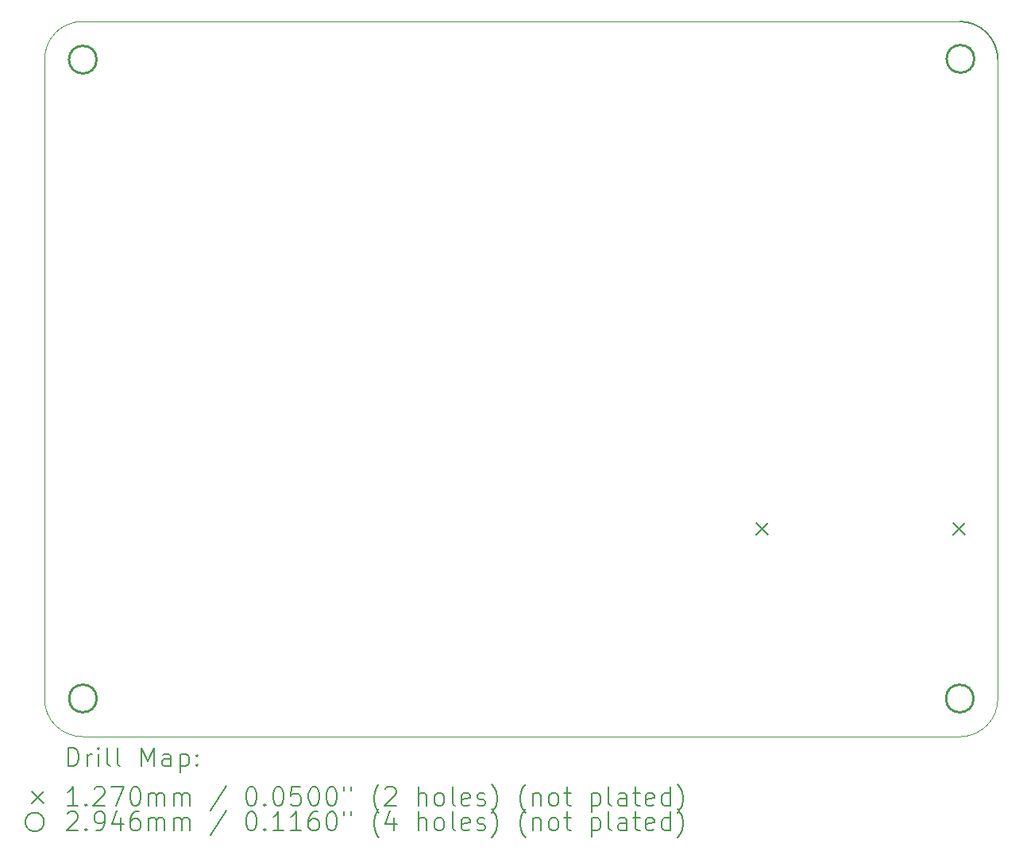
<source format=gbr>
%TF.GenerationSoftware,KiCad,Pcbnew,(6.0.8)*%
%TF.CreationDate,2022-10-20T16:35:19-05:00*%
%TF.ProjectId,SignalStack_Board,5369676e-616c-4537-9461-636b5f426f61,rev?*%
%TF.SameCoordinates,Original*%
%TF.FileFunction,Drillmap*%
%TF.FilePolarity,Positive*%
%FSLAX45Y45*%
G04 Gerber Fmt 4.5, Leading zero omitted, Abs format (unit mm)*
G04 Created by KiCad (PCBNEW (6.0.8)) date 2022-10-20 16:35:19*
%MOMM*%
%LPD*%
G01*
G04 APERTURE LIST*
%ADD10C,0.200000*%
%ADD11C,0.100000*%
%ADD12C,0.127000*%
%ADD13C,0.294640*%
G04 APERTURE END LIST*
D10*
X19773900Y-6718300D02*
G75*
G03*
X19367500Y-6311900I-406400J0D01*
G01*
D11*
X19377312Y-13931902D02*
G75*
G03*
X19773552Y-13525500I-5072J401312D01*
G01*
X9612144Y-13535310D02*
X9613900Y-6718300D01*
X10010140Y-6311900D02*
X19367500Y-6311900D01*
X10010140Y-6311900D02*
G75*
G03*
X9613900Y-6718300I5080J-401320D01*
G01*
X19773900Y-6718300D02*
X19773552Y-13525500D01*
X19377312Y-13931900D02*
X10018544Y-13929796D01*
X9612150Y-13535310D02*
G75*
G03*
X10018544Y-13931550I401310J5070D01*
G01*
D10*
D12*
X17199900Y-11653100D02*
X17326900Y-11780100D01*
X17326900Y-11653100D02*
X17199900Y-11780100D01*
X19299900Y-11653100D02*
X19426900Y-11780100D01*
X19426900Y-11653100D02*
X19299900Y-11780100D01*
D13*
X10167620Y-6718300D02*
G75*
G03*
X10167620Y-6718300I-147320J0D01*
G01*
X10168242Y-13524876D02*
G75*
G03*
X10168242Y-13524876I-147320J0D01*
G01*
X19515442Y-13525662D02*
G75*
G03*
X19515442Y-13525662I-147320J0D01*
G01*
X19523062Y-6710058D02*
G75*
G03*
X19523062Y-6710058I-147320J0D01*
G01*
D10*
X9864763Y-14247376D02*
X9864763Y-14047376D01*
X9912382Y-14047376D01*
X9940954Y-14056900D01*
X9960001Y-14075948D01*
X9969525Y-14094995D01*
X9979049Y-14133090D01*
X9979049Y-14161662D01*
X9969525Y-14199757D01*
X9960001Y-14218805D01*
X9940954Y-14237852D01*
X9912382Y-14247376D01*
X9864763Y-14247376D01*
X10064763Y-14247376D02*
X10064763Y-14114043D01*
X10064763Y-14152138D02*
X10074287Y-14133090D01*
X10083811Y-14123567D01*
X10102858Y-14114043D01*
X10121906Y-14114043D01*
X10188573Y-14247376D02*
X10188573Y-14114043D01*
X10188573Y-14047376D02*
X10179049Y-14056900D01*
X10188573Y-14066424D01*
X10198096Y-14056900D01*
X10188573Y-14047376D01*
X10188573Y-14066424D01*
X10312382Y-14247376D02*
X10293334Y-14237852D01*
X10283811Y-14218805D01*
X10283811Y-14047376D01*
X10417144Y-14247376D02*
X10398096Y-14237852D01*
X10388573Y-14218805D01*
X10388573Y-14047376D01*
X10645715Y-14247376D02*
X10645715Y-14047376D01*
X10712382Y-14190233D01*
X10779049Y-14047376D01*
X10779049Y-14247376D01*
X10960001Y-14247376D02*
X10960001Y-14142614D01*
X10950477Y-14123567D01*
X10931430Y-14114043D01*
X10893334Y-14114043D01*
X10874287Y-14123567D01*
X10960001Y-14237852D02*
X10940954Y-14247376D01*
X10893334Y-14247376D01*
X10874287Y-14237852D01*
X10864763Y-14218805D01*
X10864763Y-14199757D01*
X10874287Y-14180709D01*
X10893334Y-14171186D01*
X10940954Y-14171186D01*
X10960001Y-14161662D01*
X11055239Y-14114043D02*
X11055239Y-14314043D01*
X11055239Y-14123567D02*
X11074287Y-14114043D01*
X11112382Y-14114043D01*
X11131430Y-14123567D01*
X11140954Y-14133090D01*
X11150477Y-14152138D01*
X11150477Y-14209281D01*
X11140954Y-14228328D01*
X11131430Y-14237852D01*
X11112382Y-14247376D01*
X11074287Y-14247376D01*
X11055239Y-14237852D01*
X11236192Y-14228328D02*
X11245715Y-14237852D01*
X11236192Y-14247376D01*
X11226668Y-14237852D01*
X11236192Y-14228328D01*
X11236192Y-14247376D01*
X11236192Y-14123567D02*
X11245715Y-14133090D01*
X11236192Y-14142614D01*
X11226668Y-14133090D01*
X11236192Y-14123567D01*
X11236192Y-14142614D01*
D12*
X9480144Y-14513400D02*
X9607144Y-14640400D01*
X9607144Y-14513400D02*
X9480144Y-14640400D01*
D10*
X9969525Y-14667376D02*
X9855239Y-14667376D01*
X9912382Y-14667376D02*
X9912382Y-14467376D01*
X9893334Y-14495948D01*
X9874287Y-14514995D01*
X9855239Y-14524519D01*
X10055239Y-14648328D02*
X10064763Y-14657852D01*
X10055239Y-14667376D01*
X10045715Y-14657852D01*
X10055239Y-14648328D01*
X10055239Y-14667376D01*
X10140954Y-14486424D02*
X10150477Y-14476900D01*
X10169525Y-14467376D01*
X10217144Y-14467376D01*
X10236192Y-14476900D01*
X10245715Y-14486424D01*
X10255239Y-14505471D01*
X10255239Y-14524519D01*
X10245715Y-14553090D01*
X10131430Y-14667376D01*
X10255239Y-14667376D01*
X10321906Y-14467376D02*
X10455239Y-14467376D01*
X10369525Y-14667376D01*
X10569525Y-14467376D02*
X10588573Y-14467376D01*
X10607620Y-14476900D01*
X10617144Y-14486424D01*
X10626668Y-14505471D01*
X10636192Y-14543567D01*
X10636192Y-14591186D01*
X10626668Y-14629281D01*
X10617144Y-14648328D01*
X10607620Y-14657852D01*
X10588573Y-14667376D01*
X10569525Y-14667376D01*
X10550477Y-14657852D01*
X10540954Y-14648328D01*
X10531430Y-14629281D01*
X10521906Y-14591186D01*
X10521906Y-14543567D01*
X10531430Y-14505471D01*
X10540954Y-14486424D01*
X10550477Y-14476900D01*
X10569525Y-14467376D01*
X10721906Y-14667376D02*
X10721906Y-14534043D01*
X10721906Y-14553090D02*
X10731430Y-14543567D01*
X10750477Y-14534043D01*
X10779049Y-14534043D01*
X10798096Y-14543567D01*
X10807620Y-14562614D01*
X10807620Y-14667376D01*
X10807620Y-14562614D02*
X10817144Y-14543567D01*
X10836192Y-14534043D01*
X10864763Y-14534043D01*
X10883811Y-14543567D01*
X10893334Y-14562614D01*
X10893334Y-14667376D01*
X10988573Y-14667376D02*
X10988573Y-14534043D01*
X10988573Y-14553090D02*
X10998096Y-14543567D01*
X11017144Y-14534043D01*
X11045715Y-14534043D01*
X11064763Y-14543567D01*
X11074287Y-14562614D01*
X11074287Y-14667376D01*
X11074287Y-14562614D02*
X11083811Y-14543567D01*
X11102858Y-14534043D01*
X11131430Y-14534043D01*
X11150477Y-14543567D01*
X11160001Y-14562614D01*
X11160001Y-14667376D01*
X11550477Y-14457852D02*
X11379049Y-14714995D01*
X11807620Y-14467376D02*
X11826668Y-14467376D01*
X11845715Y-14476900D01*
X11855239Y-14486424D01*
X11864763Y-14505471D01*
X11874287Y-14543567D01*
X11874287Y-14591186D01*
X11864763Y-14629281D01*
X11855239Y-14648328D01*
X11845715Y-14657852D01*
X11826668Y-14667376D01*
X11807620Y-14667376D01*
X11788572Y-14657852D01*
X11779049Y-14648328D01*
X11769525Y-14629281D01*
X11760001Y-14591186D01*
X11760001Y-14543567D01*
X11769525Y-14505471D01*
X11779049Y-14486424D01*
X11788572Y-14476900D01*
X11807620Y-14467376D01*
X11960001Y-14648328D02*
X11969525Y-14657852D01*
X11960001Y-14667376D01*
X11950477Y-14657852D01*
X11960001Y-14648328D01*
X11960001Y-14667376D01*
X12093334Y-14467376D02*
X12112382Y-14467376D01*
X12131430Y-14476900D01*
X12140953Y-14486424D01*
X12150477Y-14505471D01*
X12160001Y-14543567D01*
X12160001Y-14591186D01*
X12150477Y-14629281D01*
X12140953Y-14648328D01*
X12131430Y-14657852D01*
X12112382Y-14667376D01*
X12093334Y-14667376D01*
X12074287Y-14657852D01*
X12064763Y-14648328D01*
X12055239Y-14629281D01*
X12045715Y-14591186D01*
X12045715Y-14543567D01*
X12055239Y-14505471D01*
X12064763Y-14486424D01*
X12074287Y-14476900D01*
X12093334Y-14467376D01*
X12340953Y-14467376D02*
X12245715Y-14467376D01*
X12236192Y-14562614D01*
X12245715Y-14553090D01*
X12264763Y-14543567D01*
X12312382Y-14543567D01*
X12331430Y-14553090D01*
X12340953Y-14562614D01*
X12350477Y-14581662D01*
X12350477Y-14629281D01*
X12340953Y-14648328D01*
X12331430Y-14657852D01*
X12312382Y-14667376D01*
X12264763Y-14667376D01*
X12245715Y-14657852D01*
X12236192Y-14648328D01*
X12474287Y-14467376D02*
X12493334Y-14467376D01*
X12512382Y-14476900D01*
X12521906Y-14486424D01*
X12531430Y-14505471D01*
X12540953Y-14543567D01*
X12540953Y-14591186D01*
X12531430Y-14629281D01*
X12521906Y-14648328D01*
X12512382Y-14657852D01*
X12493334Y-14667376D01*
X12474287Y-14667376D01*
X12455239Y-14657852D01*
X12445715Y-14648328D01*
X12436192Y-14629281D01*
X12426668Y-14591186D01*
X12426668Y-14543567D01*
X12436192Y-14505471D01*
X12445715Y-14486424D01*
X12455239Y-14476900D01*
X12474287Y-14467376D01*
X12664763Y-14467376D02*
X12683811Y-14467376D01*
X12702858Y-14476900D01*
X12712382Y-14486424D01*
X12721906Y-14505471D01*
X12731430Y-14543567D01*
X12731430Y-14591186D01*
X12721906Y-14629281D01*
X12712382Y-14648328D01*
X12702858Y-14657852D01*
X12683811Y-14667376D01*
X12664763Y-14667376D01*
X12645715Y-14657852D01*
X12636192Y-14648328D01*
X12626668Y-14629281D01*
X12617144Y-14591186D01*
X12617144Y-14543567D01*
X12626668Y-14505471D01*
X12636192Y-14486424D01*
X12645715Y-14476900D01*
X12664763Y-14467376D01*
X12807620Y-14467376D02*
X12807620Y-14505471D01*
X12883811Y-14467376D02*
X12883811Y-14505471D01*
X13179049Y-14743567D02*
X13169525Y-14734043D01*
X13150477Y-14705471D01*
X13140953Y-14686424D01*
X13131430Y-14657852D01*
X13121906Y-14610233D01*
X13121906Y-14572138D01*
X13131430Y-14524519D01*
X13140953Y-14495948D01*
X13150477Y-14476900D01*
X13169525Y-14448328D01*
X13179049Y-14438805D01*
X13245715Y-14486424D02*
X13255239Y-14476900D01*
X13274287Y-14467376D01*
X13321906Y-14467376D01*
X13340953Y-14476900D01*
X13350477Y-14486424D01*
X13360001Y-14505471D01*
X13360001Y-14524519D01*
X13350477Y-14553090D01*
X13236192Y-14667376D01*
X13360001Y-14667376D01*
X13598096Y-14667376D02*
X13598096Y-14467376D01*
X13683811Y-14667376D02*
X13683811Y-14562614D01*
X13674287Y-14543567D01*
X13655239Y-14534043D01*
X13626668Y-14534043D01*
X13607620Y-14543567D01*
X13598096Y-14553090D01*
X13807620Y-14667376D02*
X13788572Y-14657852D01*
X13779049Y-14648328D01*
X13769525Y-14629281D01*
X13769525Y-14572138D01*
X13779049Y-14553090D01*
X13788572Y-14543567D01*
X13807620Y-14534043D01*
X13836192Y-14534043D01*
X13855239Y-14543567D01*
X13864763Y-14553090D01*
X13874287Y-14572138D01*
X13874287Y-14629281D01*
X13864763Y-14648328D01*
X13855239Y-14657852D01*
X13836192Y-14667376D01*
X13807620Y-14667376D01*
X13988572Y-14667376D02*
X13969525Y-14657852D01*
X13960001Y-14638805D01*
X13960001Y-14467376D01*
X14140953Y-14657852D02*
X14121906Y-14667376D01*
X14083811Y-14667376D01*
X14064763Y-14657852D01*
X14055239Y-14638805D01*
X14055239Y-14562614D01*
X14064763Y-14543567D01*
X14083811Y-14534043D01*
X14121906Y-14534043D01*
X14140953Y-14543567D01*
X14150477Y-14562614D01*
X14150477Y-14581662D01*
X14055239Y-14600709D01*
X14226668Y-14657852D02*
X14245715Y-14667376D01*
X14283811Y-14667376D01*
X14302858Y-14657852D01*
X14312382Y-14638805D01*
X14312382Y-14629281D01*
X14302858Y-14610233D01*
X14283811Y-14600709D01*
X14255239Y-14600709D01*
X14236192Y-14591186D01*
X14226668Y-14572138D01*
X14226668Y-14562614D01*
X14236192Y-14543567D01*
X14255239Y-14534043D01*
X14283811Y-14534043D01*
X14302858Y-14543567D01*
X14379049Y-14743567D02*
X14388572Y-14734043D01*
X14407620Y-14705471D01*
X14417144Y-14686424D01*
X14426668Y-14657852D01*
X14436192Y-14610233D01*
X14436192Y-14572138D01*
X14426668Y-14524519D01*
X14417144Y-14495948D01*
X14407620Y-14476900D01*
X14388572Y-14448328D01*
X14379049Y-14438805D01*
X14740953Y-14743567D02*
X14731430Y-14734043D01*
X14712382Y-14705471D01*
X14702858Y-14686424D01*
X14693334Y-14657852D01*
X14683811Y-14610233D01*
X14683811Y-14572138D01*
X14693334Y-14524519D01*
X14702858Y-14495948D01*
X14712382Y-14476900D01*
X14731430Y-14448328D01*
X14740953Y-14438805D01*
X14817144Y-14534043D02*
X14817144Y-14667376D01*
X14817144Y-14553090D02*
X14826668Y-14543567D01*
X14845715Y-14534043D01*
X14874287Y-14534043D01*
X14893334Y-14543567D01*
X14902858Y-14562614D01*
X14902858Y-14667376D01*
X15026668Y-14667376D02*
X15007620Y-14657852D01*
X14998096Y-14648328D01*
X14988572Y-14629281D01*
X14988572Y-14572138D01*
X14998096Y-14553090D01*
X15007620Y-14543567D01*
X15026668Y-14534043D01*
X15055239Y-14534043D01*
X15074287Y-14543567D01*
X15083811Y-14553090D01*
X15093334Y-14572138D01*
X15093334Y-14629281D01*
X15083811Y-14648328D01*
X15074287Y-14657852D01*
X15055239Y-14667376D01*
X15026668Y-14667376D01*
X15150477Y-14534043D02*
X15226668Y-14534043D01*
X15179049Y-14467376D02*
X15179049Y-14638805D01*
X15188572Y-14657852D01*
X15207620Y-14667376D01*
X15226668Y-14667376D01*
X15445715Y-14534043D02*
X15445715Y-14734043D01*
X15445715Y-14543567D02*
X15464763Y-14534043D01*
X15502858Y-14534043D01*
X15521906Y-14543567D01*
X15531430Y-14553090D01*
X15540953Y-14572138D01*
X15540953Y-14629281D01*
X15531430Y-14648328D01*
X15521906Y-14657852D01*
X15502858Y-14667376D01*
X15464763Y-14667376D01*
X15445715Y-14657852D01*
X15655239Y-14667376D02*
X15636192Y-14657852D01*
X15626668Y-14638805D01*
X15626668Y-14467376D01*
X15817144Y-14667376D02*
X15817144Y-14562614D01*
X15807620Y-14543567D01*
X15788572Y-14534043D01*
X15750477Y-14534043D01*
X15731430Y-14543567D01*
X15817144Y-14657852D02*
X15798096Y-14667376D01*
X15750477Y-14667376D01*
X15731430Y-14657852D01*
X15721906Y-14638805D01*
X15721906Y-14619757D01*
X15731430Y-14600709D01*
X15750477Y-14591186D01*
X15798096Y-14591186D01*
X15817144Y-14581662D01*
X15883811Y-14534043D02*
X15960001Y-14534043D01*
X15912382Y-14467376D02*
X15912382Y-14638805D01*
X15921906Y-14657852D01*
X15940953Y-14667376D01*
X15960001Y-14667376D01*
X16102858Y-14657852D02*
X16083811Y-14667376D01*
X16045715Y-14667376D01*
X16026668Y-14657852D01*
X16017144Y-14638805D01*
X16017144Y-14562614D01*
X16026668Y-14543567D01*
X16045715Y-14534043D01*
X16083811Y-14534043D01*
X16102858Y-14543567D01*
X16112382Y-14562614D01*
X16112382Y-14581662D01*
X16017144Y-14600709D01*
X16283811Y-14667376D02*
X16283811Y-14467376D01*
X16283811Y-14657852D02*
X16264763Y-14667376D01*
X16226668Y-14667376D01*
X16207620Y-14657852D01*
X16198096Y-14648328D01*
X16188572Y-14629281D01*
X16188572Y-14572138D01*
X16198096Y-14553090D01*
X16207620Y-14543567D01*
X16226668Y-14534043D01*
X16264763Y-14534043D01*
X16283811Y-14543567D01*
X16360001Y-14743567D02*
X16369525Y-14734043D01*
X16388572Y-14705471D01*
X16398096Y-14686424D01*
X16407620Y-14657852D01*
X16417144Y-14610233D01*
X16417144Y-14572138D01*
X16407620Y-14524519D01*
X16398096Y-14495948D01*
X16388572Y-14476900D01*
X16369525Y-14448328D01*
X16360001Y-14438805D01*
X9607144Y-14840900D02*
G75*
G03*
X9607144Y-14840900I-100000J0D01*
G01*
X9855239Y-14750424D02*
X9864763Y-14740900D01*
X9883811Y-14731376D01*
X9931430Y-14731376D01*
X9950477Y-14740900D01*
X9960001Y-14750424D01*
X9969525Y-14769471D01*
X9969525Y-14788519D01*
X9960001Y-14817090D01*
X9845715Y-14931376D01*
X9969525Y-14931376D01*
X10055239Y-14912328D02*
X10064763Y-14921852D01*
X10055239Y-14931376D01*
X10045715Y-14921852D01*
X10055239Y-14912328D01*
X10055239Y-14931376D01*
X10160001Y-14931376D02*
X10198096Y-14931376D01*
X10217144Y-14921852D01*
X10226668Y-14912328D01*
X10245715Y-14883757D01*
X10255239Y-14845662D01*
X10255239Y-14769471D01*
X10245715Y-14750424D01*
X10236192Y-14740900D01*
X10217144Y-14731376D01*
X10179049Y-14731376D01*
X10160001Y-14740900D01*
X10150477Y-14750424D01*
X10140954Y-14769471D01*
X10140954Y-14817090D01*
X10150477Y-14836138D01*
X10160001Y-14845662D01*
X10179049Y-14855186D01*
X10217144Y-14855186D01*
X10236192Y-14845662D01*
X10245715Y-14836138D01*
X10255239Y-14817090D01*
X10426668Y-14798043D02*
X10426668Y-14931376D01*
X10379049Y-14721852D02*
X10331430Y-14864709D01*
X10455239Y-14864709D01*
X10617144Y-14731376D02*
X10579049Y-14731376D01*
X10560001Y-14740900D01*
X10550477Y-14750424D01*
X10531430Y-14778995D01*
X10521906Y-14817090D01*
X10521906Y-14893281D01*
X10531430Y-14912328D01*
X10540954Y-14921852D01*
X10560001Y-14931376D01*
X10598096Y-14931376D01*
X10617144Y-14921852D01*
X10626668Y-14912328D01*
X10636192Y-14893281D01*
X10636192Y-14845662D01*
X10626668Y-14826614D01*
X10617144Y-14817090D01*
X10598096Y-14807567D01*
X10560001Y-14807567D01*
X10540954Y-14817090D01*
X10531430Y-14826614D01*
X10521906Y-14845662D01*
X10721906Y-14931376D02*
X10721906Y-14798043D01*
X10721906Y-14817090D02*
X10731430Y-14807567D01*
X10750477Y-14798043D01*
X10779049Y-14798043D01*
X10798096Y-14807567D01*
X10807620Y-14826614D01*
X10807620Y-14931376D01*
X10807620Y-14826614D02*
X10817144Y-14807567D01*
X10836192Y-14798043D01*
X10864763Y-14798043D01*
X10883811Y-14807567D01*
X10893334Y-14826614D01*
X10893334Y-14931376D01*
X10988573Y-14931376D02*
X10988573Y-14798043D01*
X10988573Y-14817090D02*
X10998096Y-14807567D01*
X11017144Y-14798043D01*
X11045715Y-14798043D01*
X11064763Y-14807567D01*
X11074287Y-14826614D01*
X11074287Y-14931376D01*
X11074287Y-14826614D02*
X11083811Y-14807567D01*
X11102858Y-14798043D01*
X11131430Y-14798043D01*
X11150477Y-14807567D01*
X11160001Y-14826614D01*
X11160001Y-14931376D01*
X11550477Y-14721852D02*
X11379049Y-14978995D01*
X11807620Y-14731376D02*
X11826668Y-14731376D01*
X11845715Y-14740900D01*
X11855239Y-14750424D01*
X11864763Y-14769471D01*
X11874287Y-14807567D01*
X11874287Y-14855186D01*
X11864763Y-14893281D01*
X11855239Y-14912328D01*
X11845715Y-14921852D01*
X11826668Y-14931376D01*
X11807620Y-14931376D01*
X11788572Y-14921852D01*
X11779049Y-14912328D01*
X11769525Y-14893281D01*
X11760001Y-14855186D01*
X11760001Y-14807567D01*
X11769525Y-14769471D01*
X11779049Y-14750424D01*
X11788572Y-14740900D01*
X11807620Y-14731376D01*
X11960001Y-14912328D02*
X11969525Y-14921852D01*
X11960001Y-14931376D01*
X11950477Y-14921852D01*
X11960001Y-14912328D01*
X11960001Y-14931376D01*
X12160001Y-14931376D02*
X12045715Y-14931376D01*
X12102858Y-14931376D02*
X12102858Y-14731376D01*
X12083811Y-14759948D01*
X12064763Y-14778995D01*
X12045715Y-14788519D01*
X12350477Y-14931376D02*
X12236192Y-14931376D01*
X12293334Y-14931376D02*
X12293334Y-14731376D01*
X12274287Y-14759948D01*
X12255239Y-14778995D01*
X12236192Y-14788519D01*
X12521906Y-14731376D02*
X12483811Y-14731376D01*
X12464763Y-14740900D01*
X12455239Y-14750424D01*
X12436192Y-14778995D01*
X12426668Y-14817090D01*
X12426668Y-14893281D01*
X12436192Y-14912328D01*
X12445715Y-14921852D01*
X12464763Y-14931376D01*
X12502858Y-14931376D01*
X12521906Y-14921852D01*
X12531430Y-14912328D01*
X12540953Y-14893281D01*
X12540953Y-14845662D01*
X12531430Y-14826614D01*
X12521906Y-14817090D01*
X12502858Y-14807567D01*
X12464763Y-14807567D01*
X12445715Y-14817090D01*
X12436192Y-14826614D01*
X12426668Y-14845662D01*
X12664763Y-14731376D02*
X12683811Y-14731376D01*
X12702858Y-14740900D01*
X12712382Y-14750424D01*
X12721906Y-14769471D01*
X12731430Y-14807567D01*
X12731430Y-14855186D01*
X12721906Y-14893281D01*
X12712382Y-14912328D01*
X12702858Y-14921852D01*
X12683811Y-14931376D01*
X12664763Y-14931376D01*
X12645715Y-14921852D01*
X12636192Y-14912328D01*
X12626668Y-14893281D01*
X12617144Y-14855186D01*
X12617144Y-14807567D01*
X12626668Y-14769471D01*
X12636192Y-14750424D01*
X12645715Y-14740900D01*
X12664763Y-14731376D01*
X12807620Y-14731376D02*
X12807620Y-14769471D01*
X12883811Y-14731376D02*
X12883811Y-14769471D01*
X13179049Y-15007567D02*
X13169525Y-14998043D01*
X13150477Y-14969471D01*
X13140953Y-14950424D01*
X13131430Y-14921852D01*
X13121906Y-14874233D01*
X13121906Y-14836138D01*
X13131430Y-14788519D01*
X13140953Y-14759948D01*
X13150477Y-14740900D01*
X13169525Y-14712328D01*
X13179049Y-14702805D01*
X13340953Y-14798043D02*
X13340953Y-14931376D01*
X13293334Y-14721852D02*
X13245715Y-14864709D01*
X13369525Y-14864709D01*
X13598096Y-14931376D02*
X13598096Y-14731376D01*
X13683811Y-14931376D02*
X13683811Y-14826614D01*
X13674287Y-14807567D01*
X13655239Y-14798043D01*
X13626668Y-14798043D01*
X13607620Y-14807567D01*
X13598096Y-14817090D01*
X13807620Y-14931376D02*
X13788572Y-14921852D01*
X13779049Y-14912328D01*
X13769525Y-14893281D01*
X13769525Y-14836138D01*
X13779049Y-14817090D01*
X13788572Y-14807567D01*
X13807620Y-14798043D01*
X13836192Y-14798043D01*
X13855239Y-14807567D01*
X13864763Y-14817090D01*
X13874287Y-14836138D01*
X13874287Y-14893281D01*
X13864763Y-14912328D01*
X13855239Y-14921852D01*
X13836192Y-14931376D01*
X13807620Y-14931376D01*
X13988572Y-14931376D02*
X13969525Y-14921852D01*
X13960001Y-14902805D01*
X13960001Y-14731376D01*
X14140953Y-14921852D02*
X14121906Y-14931376D01*
X14083811Y-14931376D01*
X14064763Y-14921852D01*
X14055239Y-14902805D01*
X14055239Y-14826614D01*
X14064763Y-14807567D01*
X14083811Y-14798043D01*
X14121906Y-14798043D01*
X14140953Y-14807567D01*
X14150477Y-14826614D01*
X14150477Y-14845662D01*
X14055239Y-14864709D01*
X14226668Y-14921852D02*
X14245715Y-14931376D01*
X14283811Y-14931376D01*
X14302858Y-14921852D01*
X14312382Y-14902805D01*
X14312382Y-14893281D01*
X14302858Y-14874233D01*
X14283811Y-14864709D01*
X14255239Y-14864709D01*
X14236192Y-14855186D01*
X14226668Y-14836138D01*
X14226668Y-14826614D01*
X14236192Y-14807567D01*
X14255239Y-14798043D01*
X14283811Y-14798043D01*
X14302858Y-14807567D01*
X14379049Y-15007567D02*
X14388572Y-14998043D01*
X14407620Y-14969471D01*
X14417144Y-14950424D01*
X14426668Y-14921852D01*
X14436192Y-14874233D01*
X14436192Y-14836138D01*
X14426668Y-14788519D01*
X14417144Y-14759948D01*
X14407620Y-14740900D01*
X14388572Y-14712328D01*
X14379049Y-14702805D01*
X14740953Y-15007567D02*
X14731430Y-14998043D01*
X14712382Y-14969471D01*
X14702858Y-14950424D01*
X14693334Y-14921852D01*
X14683811Y-14874233D01*
X14683811Y-14836138D01*
X14693334Y-14788519D01*
X14702858Y-14759948D01*
X14712382Y-14740900D01*
X14731430Y-14712328D01*
X14740953Y-14702805D01*
X14817144Y-14798043D02*
X14817144Y-14931376D01*
X14817144Y-14817090D02*
X14826668Y-14807567D01*
X14845715Y-14798043D01*
X14874287Y-14798043D01*
X14893334Y-14807567D01*
X14902858Y-14826614D01*
X14902858Y-14931376D01*
X15026668Y-14931376D02*
X15007620Y-14921852D01*
X14998096Y-14912328D01*
X14988572Y-14893281D01*
X14988572Y-14836138D01*
X14998096Y-14817090D01*
X15007620Y-14807567D01*
X15026668Y-14798043D01*
X15055239Y-14798043D01*
X15074287Y-14807567D01*
X15083811Y-14817090D01*
X15093334Y-14836138D01*
X15093334Y-14893281D01*
X15083811Y-14912328D01*
X15074287Y-14921852D01*
X15055239Y-14931376D01*
X15026668Y-14931376D01*
X15150477Y-14798043D02*
X15226668Y-14798043D01*
X15179049Y-14731376D02*
X15179049Y-14902805D01*
X15188572Y-14921852D01*
X15207620Y-14931376D01*
X15226668Y-14931376D01*
X15445715Y-14798043D02*
X15445715Y-14998043D01*
X15445715Y-14807567D02*
X15464763Y-14798043D01*
X15502858Y-14798043D01*
X15521906Y-14807567D01*
X15531430Y-14817090D01*
X15540953Y-14836138D01*
X15540953Y-14893281D01*
X15531430Y-14912328D01*
X15521906Y-14921852D01*
X15502858Y-14931376D01*
X15464763Y-14931376D01*
X15445715Y-14921852D01*
X15655239Y-14931376D02*
X15636192Y-14921852D01*
X15626668Y-14902805D01*
X15626668Y-14731376D01*
X15817144Y-14931376D02*
X15817144Y-14826614D01*
X15807620Y-14807567D01*
X15788572Y-14798043D01*
X15750477Y-14798043D01*
X15731430Y-14807567D01*
X15817144Y-14921852D02*
X15798096Y-14931376D01*
X15750477Y-14931376D01*
X15731430Y-14921852D01*
X15721906Y-14902805D01*
X15721906Y-14883757D01*
X15731430Y-14864709D01*
X15750477Y-14855186D01*
X15798096Y-14855186D01*
X15817144Y-14845662D01*
X15883811Y-14798043D02*
X15960001Y-14798043D01*
X15912382Y-14731376D02*
X15912382Y-14902805D01*
X15921906Y-14921852D01*
X15940953Y-14931376D01*
X15960001Y-14931376D01*
X16102858Y-14921852D02*
X16083811Y-14931376D01*
X16045715Y-14931376D01*
X16026668Y-14921852D01*
X16017144Y-14902805D01*
X16017144Y-14826614D01*
X16026668Y-14807567D01*
X16045715Y-14798043D01*
X16083811Y-14798043D01*
X16102858Y-14807567D01*
X16112382Y-14826614D01*
X16112382Y-14845662D01*
X16017144Y-14864709D01*
X16283811Y-14931376D02*
X16283811Y-14731376D01*
X16283811Y-14921852D02*
X16264763Y-14931376D01*
X16226668Y-14931376D01*
X16207620Y-14921852D01*
X16198096Y-14912328D01*
X16188572Y-14893281D01*
X16188572Y-14836138D01*
X16198096Y-14817090D01*
X16207620Y-14807567D01*
X16226668Y-14798043D01*
X16264763Y-14798043D01*
X16283811Y-14807567D01*
X16360001Y-15007567D02*
X16369525Y-14998043D01*
X16388572Y-14969471D01*
X16398096Y-14950424D01*
X16407620Y-14921852D01*
X16417144Y-14874233D01*
X16417144Y-14836138D01*
X16407620Y-14788519D01*
X16398096Y-14759948D01*
X16388572Y-14740900D01*
X16369525Y-14712328D01*
X16360001Y-14702805D01*
M02*

</source>
